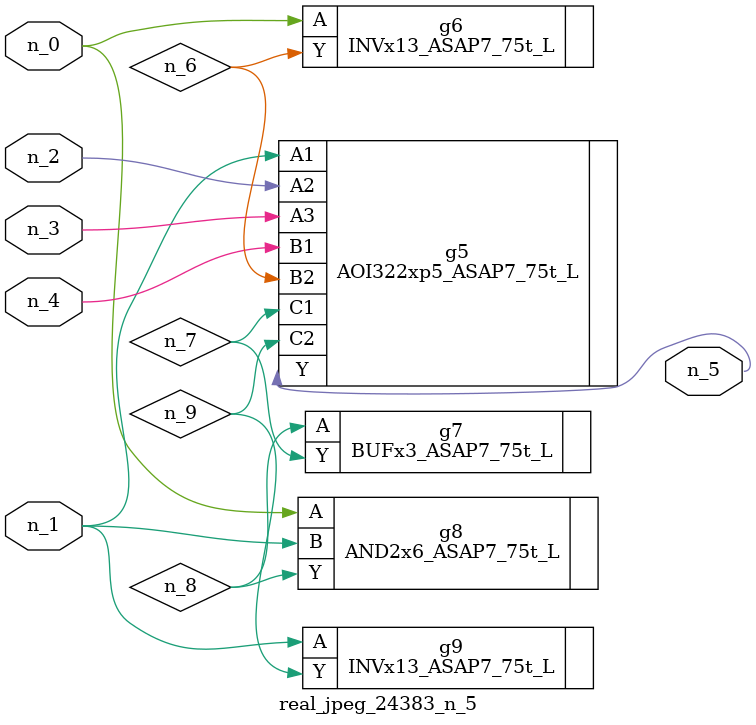
<source format=v>
module real_jpeg_24383_n_5 (n_4, n_0, n_1, n_2, n_3, n_5);

input n_4;
input n_0;
input n_1;
input n_2;
input n_3;

output n_5;

wire n_8;
wire n_6;
wire n_7;
wire n_9;

INVx13_ASAP7_75t_L g6 ( 
.A(n_0),
.Y(n_6)
);

AND2x6_ASAP7_75t_L g8 ( 
.A(n_0),
.B(n_1),
.Y(n_8)
);

AOI322xp5_ASAP7_75t_L g5 ( 
.A1(n_1),
.A2(n_2),
.A3(n_3),
.B1(n_4),
.B2(n_6),
.C1(n_7),
.C2(n_9),
.Y(n_5)
);

INVx13_ASAP7_75t_L g9 ( 
.A(n_1),
.Y(n_9)
);

BUFx3_ASAP7_75t_L g7 ( 
.A(n_8),
.Y(n_7)
);


endmodule
</source>
